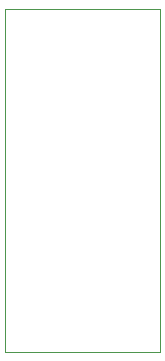
<source format=gbr>
%TF.GenerationSoftware,KiCad,Pcbnew,(6.0.5-0)*%
%TF.CreationDate,2022-08-15T16:05:48+01:00*%
%TF.ProjectId,Keypad2,4b657970-6164-4322-9e6b-696361645f70,5*%
%TF.SameCoordinates,Original*%
%TF.FileFunction,Profile,NP*%
%FSLAX46Y46*%
G04 Gerber Fmt 4.6, Leading zero omitted, Abs format (unit mm)*
G04 Created by KiCad (PCBNEW (6.0.5-0)) date 2022-08-15 16:05:48*
%MOMM*%
%LPD*%
G01*
G04 APERTURE LIST*
%TA.AperFunction,Profile*%
%ADD10C,0.100000*%
%TD*%
G04 APERTURE END LIST*
D10*
X161000000Y-94000000D02*
X161000000Y-123000000D01*
X161000000Y-123000000D02*
X174200000Y-123000000D01*
X174200000Y-94000000D02*
X161000000Y-94000000D01*
X174200000Y-123000000D02*
X174200000Y-94000000D01*
M02*

</source>
